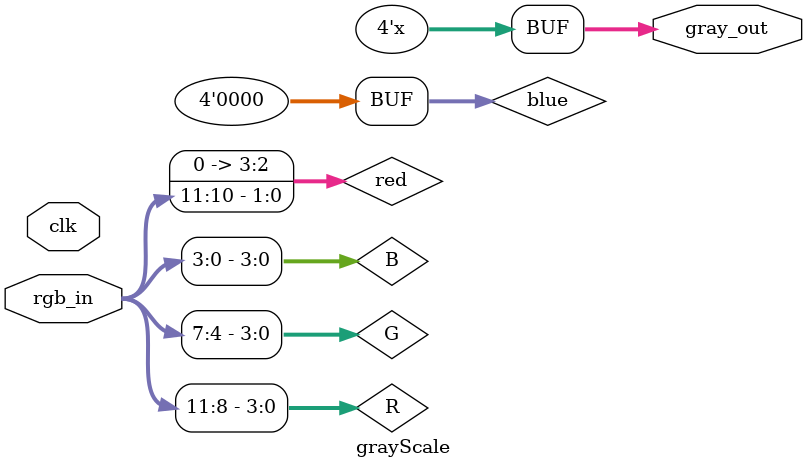
<source format=v>
module grayScale(clk, rgb_in, gray_out);

input clk;

input [11:0] rgb_in;
output reg [3:0] gray_out;

wire [3:0]  R, G, B;

assign R = rgb_in[11:8];
assign G = rgb_in[7:4];
assign B = rgb_in[3:0];


reg [3:0] blue, green, red;
//Y(addr) = ( (0.3 * R) + (0.59 * G) + (0.11 * B) ).
//.3R ~ R>> 2 (.5 R) -> Y_r = .25R 
//.59G ~ G >> 1 (.5 G) + G >> 3 (.125) G 
//.11B ~ B >> 3


always @(*) begin

	red <= R >> 2;  //.25
	green <= ((G >> 1) + (G >> 3)); //.5 + .125
	blue <=  B >> 5; // .12
	//gray_out <= (R + B + G) / 3'd3;
	gray_out <= blue + green + red;
end


endmodule



</source>
